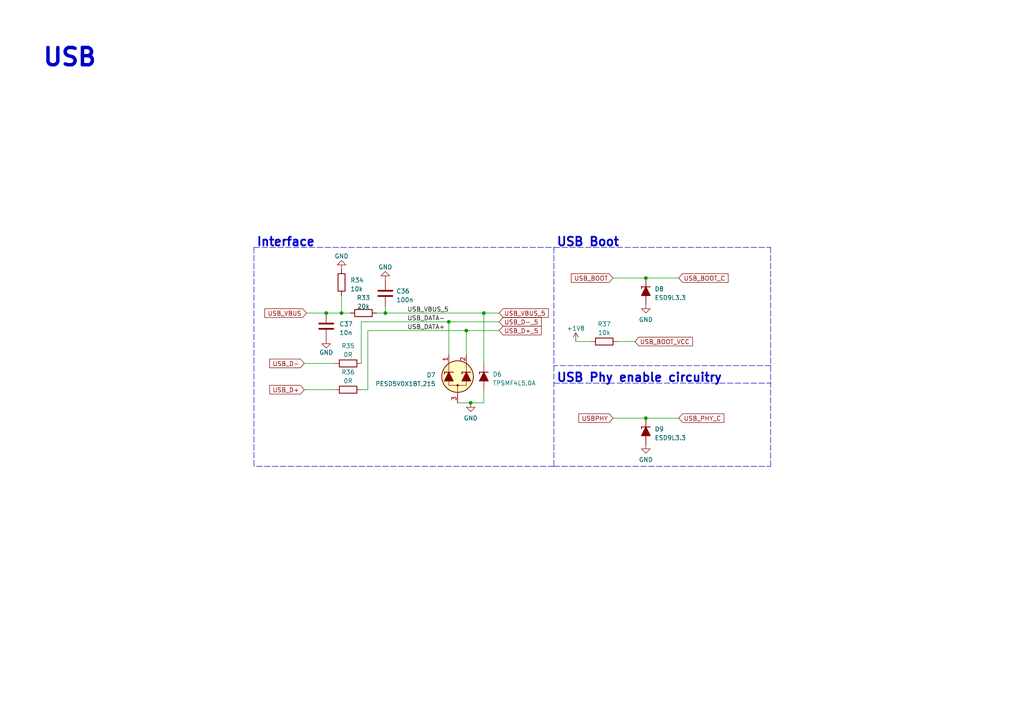
<source format=kicad_sch>
(kicad_sch (version 20230121) (generator eeschema)
  (paper "A4")
  (lib_symbols
    (symbol "Device:C" (pin_numbers hide) (pin_names (offset 0.254))
      (property "Reference" "C" (at 0.635 2.54 0))
      (property "Value" "C" (at 0.635 -2.54 0))
      (symbol "C_0_1"
        (polyline (pts (xy -2.032 -0.762) (xy 2.032 -0.762)) (stroke (width 0.508)))
        (polyline (pts (xy -2.032 0.762) (xy 2.032 0.762)) (stroke (width 0.508)))
      )
      (symbol "C_1_1"
        (pin passive line (at 0 3.81 270) (length 2.794) (name "~") (number "1"))
        (pin passive line (at 0 -3.81 90) (length 2.794) (name "~") (number "2"))
      )
    )
    (symbol "Device:R" (pin_numbers hide) (pin_names (offset 0))
      (property "Reference" "R" (at 2.032 0 90))
      (property "Value" "R" (at 0 0 90))
      (symbol "R_0_1"
        (rectangle (start -1.016 -2.54) (end 1.016 2.54) (stroke (width 0.254)))
      )
      (symbol "R_1_1"
        (pin passive line (at 0 3.81 270) (length 1.27) (name "~") (number "1"))
        (pin passive line (at 0 -3.81 90) (length 1.27) (name "~") (number "2"))
      )
    )
    (symbol "PCM_Diode_TVS_AKL:ESD9L3.3" (pin_numbers hide) (pin_names (offset 1.016) hide)
      (property "Reference" "D" (at 0 5.08 0))
      (property "Value" "ESD9L3.3" (at 0 2.54 0))
      (symbol "ESD9L3.3_0_1"
        (polyline (pts (xy -1.27 0) (xy 1.27 0)))
        (polyline (pts (xy 1.27 -1.27) (xy 1.27 1.27)) (stroke (width 0.254)))
        (polyline (pts (xy 1.27 1.27) (xy 0.762 1.27)) (stroke (width 0.254)))
        (polyline (pts (xy -1.27 1.27) (xy -1.27 -1.27) (xy 1.27 0) (xy -1.27 1.27)) (stroke (width 0.254)) (fill (type outline)))
      )
      (symbol "ESD9L3.3_1_1"
        (pin passive line (at 3.81 0 180) (length 2.54) (name "K") (number "1"))
        (pin passive line (at -3.81 0 0) (length 2.54) (name "A") (number "2"))
      )
    )
    (symbol "PCM_Diode_TVS_AKL:PESD5V2S2UT" (pin_names (offset 1.016) hide)
      (property "Reference" "D" (at 0 8.89 0))
      (property "Value" "PESD5V2S2UT" (at 0 6.35 0))
      (symbol "PESD5V2S2UT_0_1"
        (circle (center -2.54 0) (radius 0.254) (fill (type outline)))
        (polyline (pts (xy -5.08 0) (xy -2.54 0)))
        (polyline (pts (xy 1.27 -2.54) (xy 3.81 -2.54)))
        (polyline (pts (xy 1.27 -1.27) (xy 0.762 -1.27)) (stroke (width 0.254)))
        (polyline (pts (xy 1.27 -1.27) (xy 1.27 -3.81)) (stroke (width 0.254)))
        (polyline (pts (xy 1.27 2.54) (xy 3.81 2.54)))
        (polyline (pts (xy 1.27 3.81) (xy 0.762 3.81)) (stroke (width 0.254)))
        (polyline (pts (xy 1.27 3.81) (xy 1.27 1.27)) (stroke (width 0.254)))
        (polyline (pts (xy -1.27 -2.54) (xy -2.54 -2.54) (xy -2.54 2.54) (xy -1.27 2.54)))
        (circle (center 0 0) (radius 4.572) (stroke (width 0.254)) (fill (type background)))
      )
      (symbol "PESD5V2S2UT_1_1"
        (polyline (pts (xy -1.27 -2.54) (xy 1.27 -2.54)))
        (polyline (pts (xy -1.27 2.54) (xy 1.27 2.54)))
        (polyline (pts (xy -1.27 -1.27) (xy -1.27 -3.81) (xy 1.27 -2.54) (xy -1.27 -1.27)) (stroke (width 0.254)) (fill (type outline)))
        (polyline (pts (xy -1.27 3.81) (xy -1.27 1.27) (xy 1.27 2.54) (xy -1.27 3.81)) (stroke (width 0.254)) (fill (type outline)))
        (pin passive line (at 6.35 2.54 180) (length 2.54) (name "K1") (number "1"))
        (pin passive line (at 6.35 -2.54 180) (length 2.54) (name "K2") (number "2"))
        (pin passive line (at -7.62 0 0) (length 2.54) (name "A") (number "3"))
      )
    )
    (symbol "PCM_Diode_TVS_AKL:TPSMF4L5.0A" (pin_numbers hide) (pin_names (offset 1.016) hide)
      (property "Reference" "D" (at 0 5.08 0))
      (property "Value" "TPSMF4L5.0A" (at 0 2.54 0))
      (symbol "TPSMF4L5.0A_0_1"
        (polyline (pts (xy -1.27 0) (xy 1.27 0)))
        (polyline (pts (xy 1.27 -1.27) (xy 1.27 1.27)) (stroke (width 0.254)))
        (polyline (pts (xy 1.27 1.27) (xy 0.762 1.27)) (stroke (width 0.254)))
        (polyline (pts (xy -1.27 1.27) (xy -1.27 -1.27) (xy 1.27 0) (xy -1.27 1.27)) (stroke (width 0.254)) (fill (type outline)))
      )
      (symbol "TPSMF4L5.0A_1_1"
        (pin passive line (at 3.81 0 180) (length 2.54) (name "K") (number "1"))
        (pin passive line (at -3.81 0 0) (length 2.54) (name "A") (number "2"))
      )
    )
    (symbol "power:+1V8" (power) (pin_names (offset 0))
      (property "Value" "+1V8" (at 0 3.556 0))
      (symbol "+1V8_0_1"
        (polyline (pts (xy -0.762 1.27) (xy 0 2.54)))
        (polyline (pts (xy 0 0) (xy 0 2.54)))
        (polyline (pts (xy 0 2.54) (xy 0.762 1.27)))
      )
      (symbol "+1V8_1_1"
        (pin power_in line (at 0 0 90) (length 0) hide (name "+1V8") (number "1"))
      )
    )
    (symbol "power:GND" (power) (pin_names (offset 0))
      (property "Value" "GND" (at 0 -3.81 0))
      (symbol "GND_0_1"
        (polyline (pts (xy 0 0) (xy 0 -1.27) (xy 1.27 -1.27) (xy 0 -2.54) (xy -1.27 -1.27) (xy 0 -1.27)))
      )
      (symbol "GND_1_1"
        (pin power_in line (at 0 0 270) (length 0) hide (name "GND") (number "1"))
      )
    )
  )
  (junction (at 140.335 90.805))
  (junction (at 130.175 93.345))
  (junction (at 99.06 90.805))
  (junction (at 187.325 121.285))
  (junction (at 187.325 80.645))
  (junction (at 94.615 90.805))
  (junction (at 135.255 95.885))
  (junction (at 111.76 90.805))
  (junction (at 136.525 116.84))
  (wire (pts (xy 140.335 90.805) (xy 144.78 90.805)))
  (polyline (pts (xy 160.655 135.255) (xy 223.52 135.255)) (stroke (width 0) (type dash)))
  (polyline (pts (xy 73.66 71.755) (xy 73.66 135.255)) (stroke (width 0) (type dash)))
  (polyline (pts (xy 160.655 71.755) (xy 223.52 71.755)) (stroke (width 0) (type dash)))
  (wire (pts (xy 88.9 90.805) (xy 94.615 90.805)))
  (wire (pts (xy 136.525 116.84) (xy 132.715 116.84)))
  (wire (pts (xy 111.76 88.9) (xy 111.76 90.805)))
  (wire (pts (xy 135.255 95.885) (xy 144.78 95.885)))
  (wire (pts (xy 88.265 105.41) (xy 97.155 105.41)))
  (wire (pts (xy 140.335 90.805) (xy 140.335 105.41)))
  (polyline (pts (xy 160.655 71.755) (xy 160.655 135.255)) (stroke (width 0) (type dash)))
  (wire (pts (xy 140.335 116.84) (xy 136.525 116.84)))
  (wire (pts (xy 106.68 113.03) (xy 106.68 95.885)))
  (polyline (pts (xy 73.66 71.755) (xy 160.655 71.755)) (stroke (width 0) (type dash)))
  (wire (pts (xy 104.775 113.03) (xy 106.68 113.03)))
  (wire (pts (xy 109.22 90.805) (xy 111.76 90.805)))
  (wire (pts (xy 135.255 95.885) (xy 135.255 102.87)))
  (wire (pts (xy 184.15 99.06) (xy 179.07 99.06)))
  (wire (pts (xy 94.615 90.805) (xy 99.06 90.805)))
  (polyline (pts (xy 223.52 135.255) (xy 223.52 106.045)) (stroke (width 0) (type dash)))
  (wire (pts (xy 99.06 85.725) (xy 99.06 90.805)))
  (wire (pts (xy 177.8 121.285) (xy 187.325 121.285)))
  (wire (pts (xy 104.775 105.41) (xy 104.775 93.345)))
  (wire (pts (xy 130.175 93.345) (xy 144.78 93.345)))
  (wire (pts (xy 99.06 90.805) (xy 101.6 90.805)))
  (wire (pts (xy 171.45 99.06) (xy 167.005 99.06)))
  (polyline (pts (xy 223.52 106.045) (xy 160.655 106.045)) (stroke (width 0) (type dash)))
  (wire (pts (xy 104.775 93.345) (xy 130.175 93.345)))
  (polyline (pts (xy 160.655 135.255) (xy 73.66 135.255)) (stroke (width 0) (type dash)))
  (wire (pts (xy 88.265 113.03) (xy 97.155 113.03)))
  (polyline (pts (xy 160.655 111.125) (xy 223.52 111.125)) (stroke (width 0) (type dash)))
  (wire (pts (xy 106.68 95.885) (xy 135.255 95.885)))
  (wire (pts (xy 187.325 121.285) (xy 196.85 121.285)))
  (wire (pts (xy 111.76 90.805) (xy 140.335 90.805)))
  (wire (pts (xy 187.325 80.645) (xy 196.85 80.645)))
  (polyline (pts (xy 223.52 71.755) (xy 223.52 106.045)) (stroke (width 0) (type dash)))
  (wire (pts (xy 140.335 113.03) (xy 140.335 116.84)))
  (wire (pts (xy 130.175 93.345) (xy 130.175 102.87)))
  (wire (pts (xy 177.8 80.645) (xy 187.325 80.645)))
  (text "USB Phy enable circuitry" (at 161.29 111.125 0) (effects (font (size 2.5 2.5) bold) (justify left bottom)))
  (text "Interface" (at 74.295 71.755 0) (effects (font (size 2.5 2.5) bold) (justify left bottom)))
  (text "USB Boot" (at 161.29 71.755 0) (effects (font (size 2.5 2.5) bold) (justify left bottom)))
  (text "USB" (at 12.065 19.685 0) (effects (font (size 5 5) bold) (justify left bottom)))
  (label "USB_VBUS_5" (at 118.11 90.805 0))
  (label "USB_DATA+" (at 118.11 95.885 0))
  (label "USB_DATA-" (at 118.11 93.345 0))
  (global_label "USB_D-" (shape input) (at 88.265 105.41 180) (property "Intersheetrefs" "${INTERSHEET_REFS}" (effects hide)))
  (global_label "USB_D-_5" (shape input) (at 144.78 93.345 0) (property "Intersheetrefs" "${INTERSHEET_REFS}" (effects hide)))
  (global_label "USB_VBUS" (shape input) (at 88.9 90.805 180) (property "Intersheetrefs" "${INTERSHEET_REFS}" (effects hide)))
  (global_label "USBPHY" (shape input) (at 177.8 121.285 180) (property "Intersheetrefs" "${INTERSHEET_REFS}" (effects hide)))
  (global_label "USB_BOOT_C" (shape input) (at 196.85 80.645 0) (property "Intersheetrefs" "${INTERSHEET_REFS}" (effects hide)))
  (global_label "USB_D+" (shape input) (at 88.265 113.03 180) (property "Intersheetrefs" "${INTERSHEET_REFS}" (effects hide)))
  (global_label "USB_PHY_C" (shape input) (at 196.85 121.285 0) (property "Intersheetrefs" "${INTERSHEET_REFS}" (effects hide)))
  (global_label "USB_BOOT" (shape input) (at 177.8 80.645 180) (property "Intersheetrefs" "${INTERSHEET_REFS}" (effects hide)))
  (global_label "USB_D+_5" (shape input) (at 144.78 95.885 0) (property "Intersheetrefs" "${INTERSHEET_REFS}" (effects hide)))
  (global_label "USB_VBUS_5" (shape input) (at 144.78 90.805 0) (property "Intersheetrefs" "${INTERSHEET_REFS}" (effects hide)))
  (global_label "USB_BOOT_VCC" (shape input) (at 184.15 99.06 0) (property "Intersheetrefs" "${INTERSHEET_REFS}" (effects hide)))
  (symbol (lib_id "power:GND") (at 94.615 98.425 0) (unit 1)
    (property "Reference" "#PWR050" (effects hide))
    (property "Value" "GND" (at 94.615 102.235 0))
  )
  (symbol (lib_id "PCM_Diode_TVS_AKL:ESD9L3.3") (at 187.325 125.095 90) (unit 1)
    (property "Reference" "D9" (at 189.865 124.46 90) (effects (justify right)))
    (property "Value" "ESD9L3.3" (at 189.865 127 90) (effects (justify right)))
    (property "Footprint" "Diode_SMD:D_SOD-923" (effects hide))
    (property "Datasheet" "https://www.tme.eu/Document/88b33137e0e12db995ce880c0007c002/ESD9L5.0ST5G.PDF" (effects hide))
  )
  (symbol (lib_id "power:GND") (at 99.06 78.105 180) (unit 1)
    (property "Reference" "#PWR047" (effects hide))
    (property "Value" "GND" (at 99.06 74.295 0))
  )
  (symbol (lib_id "power:+1V8") (at 167.005 99.06 0) (mirror y) (unit 1)
    (property "Reference" "#PWR051" (effects hide))
    (property "Value" "+1V8" (at 167.005 95.25 0))
  )
  (symbol (lib_id "Device:R") (at 100.965 113.03 90) (unit 1)
    (property "Reference" "R36" (at 100.965 107.95 90))
    (property "Value" "0R" (at 100.965 110.49 90))
    (property "Footprint" "Resistor_SMD:R_0402_1005Metric" (effects hide))
  )
  (symbol (lib_id "power:GND") (at 136.525 116.84 0) (unit 1)
    (property "Reference" "#PWR048" (effects hide))
    (property "Value" "GND" (at 136.525 121.285 0))
  )
  (symbol (lib_id "Device:C") (at 111.76 85.09 0) (unit 1)
    (property "Reference" "C36" (at 114.935 84.455 0) (effects (justify left)))
    (property "Value" "100n" (at 114.935 86.995 0) (effects (justify left)))
    (property "Footprint" "Capacitor_SMD:C_0402_1005Metric" (effects hide))
  )
  (symbol (lib_id "Device:R") (at 175.26 99.06 90) (mirror x) (unit 1)
    (property "Reference" "R37" (at 175.26 93.98 90))
    (property "Value" "10k" (at 175.26 96.52 90))
    (property "Footprint" "Resistor_SMD:R_0402_1005Metric" (effects hide))
  )
  (symbol (lib_id "power:GND") (at 187.325 128.905 0) (unit 1)
    (property "Reference" "#PWR054" (effects hide))
    (property "Value" "GND" (at 187.325 133.35 0))
  )
  (symbol (lib_id "Device:R") (at 100.965 105.41 90) (unit 1)
    (property "Reference" "R35" (at 100.965 100.33 90))
    (property "Value" "0R" (at 100.965 102.87 90))
    (property "Footprint" "Resistor_SMD:R_0402_1005Metric" (effects hide))
  )
  (symbol (lib_id "PCM_Diode_TVS_AKL:PESD5V2S2UT") (at 132.715 109.22 90) (unit 1)
    (property "Reference" "D7" (at 126.365 108.7755 90) (effects (justify left)))
    (property "Value" "PESD5V0X1BT,215" (at 126.365 111.3155 90) (effects (justify left)))
    (property "Footprint" "Package_TO_SOT_SMD:SOT-23" (effects hide))
    (property "Datasheet" "https://www.tme.eu/Document/f0388bb0b34709a967ddd484eca27287/PESD12VS2UT.pdf" (effects hide))
  )
  (symbol (lib_id "PCM_Diode_TVS_AKL:TPSMF4L5.0A") (at 140.335 109.22 90) (unit 1)
    (property "Reference" "D6" (at 142.875 108.585 90) (effects (justify right)))
    (property "Value" "TPSMF4L5.0A" (at 142.875 111.125 90) (effects (justify right)))
    (property "Footprint" "Diode_SMD:D_SOD-123F" (effects hide))
    (property "Datasheet" "https://www.tme.eu/Document/e57d878506f39df4a0f565d8be4259a7/TPSMF4L_ser.pdf" (effects hide))
  )
  (symbol (lib_id "Device:C") (at 94.615 94.615 0) (unit 1)
    (property "Reference" "C37" (at 98.425 93.98 0) (effects (justify left)))
    (property "Value" "10n" (at 98.425 96.52 0) (effects (justify left)))
    (property "Footprint" "Capacitor_SMD:C_0402_1005Metric" (effects hide))
  )
  (symbol (lib_id "PCM_Diode_TVS_AKL:ESD9L3.3") (at 187.325 84.455 90) (unit 1)
    (property "Reference" "D8" (at 189.865 83.82 90) (effects (justify right)))
    (property "Value" "ESD9L3.3" (at 189.865 86.36 90) (effects (justify right)))
    (property "Footprint" "Diode_SMD:D_SOD-923" (effects hide))
    (property "Datasheet" "https://www.tme.eu/Document/88b33137e0e12db995ce880c0007c002/ESD9L5.0ST5G.PDF" (effects hide))
  )
  (symbol (lib_id "Device:R") (at 99.06 81.915 0) (unit 1)
    (property "Reference" "R34" (at 101.6 81.28 0) (effects (justify left)))
    (property "Value" "10k" (at 101.6 83.82 0) (effects (justify left)))
    (property "Footprint" "Resistor_SMD:R_0402_1005Metric" (effects hide))
  )
  (symbol (lib_id "power:GND") (at 187.325 88.265 0) (unit 1)
    (property "Reference" "#PWR052" (effects hide))
    (property "Value" "GND" (at 187.325 92.71 0))
  )
  (symbol (lib_id "Device:R") (at 105.41 90.805 90) (unit 1)
    (property "Reference" "R33" (at 105.41 86.36 90))
    (property "Value" "20k" (at 105.41 88.9 90))
    (property "Footprint" "Resistor_SMD:R_0402_1005Metric" (effects hide))
  )
  (symbol (lib_id "power:GND") (at 111.76 81.28 180) (unit 1)
    (property "Reference" "#PWR049" (effects hide))
    (property "Value" "GND" (at 111.76 77.47 0))
  )
)
</source>
